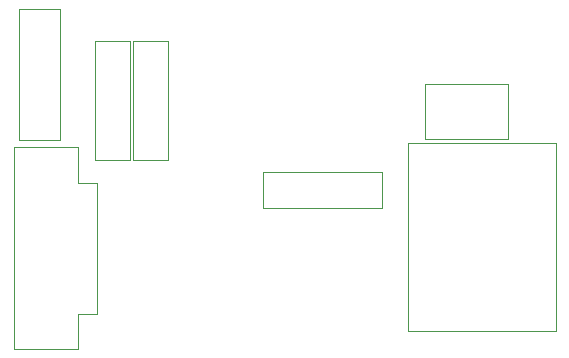
<source format=gbr>
G04 #@! TF.FileFunction,Other,User*
%FSLAX46Y46*%
G04 Gerber Fmt 4.6, Leading zero omitted, Abs format (unit mm)*
G04 Created by KiCad (PCBNEW 4.0.6) date 2017 May 11, Thursday 23:22:10*
%MOMM*%
%LPD*%
G01*
G04 APERTURE LIST*
%ADD10C,1.000000*%
%ADD11C,0.050000*%
G04 APERTURE END LIST*
D10*
D11*
X26917500Y-75932500D02*
X26917500Y-70382500D01*
X26917500Y-70382500D02*
X25317500Y-70382500D01*
X25317500Y-70382500D02*
X25317500Y-67382500D01*
X25317500Y-67382500D02*
X19917500Y-67382500D01*
X19917500Y-67382500D02*
X19917500Y-75932500D01*
X26917500Y-75932500D02*
X26917500Y-81482500D01*
X26917500Y-81482500D02*
X25317500Y-81482500D01*
X25317500Y-81482500D02*
X25317500Y-84482500D01*
X25317500Y-84482500D02*
X19917500Y-84482500D01*
X19917500Y-84482500D02*
X19917500Y-75932500D01*
X20317500Y-55642500D02*
X20317500Y-66792500D01*
X23817500Y-55642500D02*
X23817500Y-66792500D01*
X20317500Y-55642500D02*
X23817500Y-55642500D01*
X20317500Y-66792500D02*
X23817500Y-66792500D01*
X65800000Y-67050000D02*
X53300000Y-67050000D01*
X53300000Y-67050000D02*
X53300000Y-82950000D01*
X53300000Y-82950000D02*
X65800000Y-82950000D01*
X65800000Y-82950000D02*
X65800000Y-67050000D01*
X61790000Y-62050000D02*
X61790000Y-66650000D01*
X61790000Y-62050000D02*
X54690000Y-62050000D01*
X61790000Y-66650000D02*
X54690000Y-66650000D01*
X54690000Y-62050000D02*
X54690000Y-66650000D01*
X30000000Y-68500000D02*
X30000000Y-58400000D01*
X33000000Y-68500000D02*
X30000000Y-68500000D01*
X30000000Y-58400000D02*
X33000000Y-58400000D01*
X33000000Y-68500000D02*
X33000000Y-58400000D01*
X26750000Y-68500000D02*
X26750000Y-58400000D01*
X29750000Y-68500000D02*
X26750000Y-68500000D01*
X26750000Y-58400000D02*
X29750000Y-58400000D01*
X29750000Y-68500000D02*
X29750000Y-58400000D01*
X41000000Y-69500000D02*
X51100000Y-69500000D01*
X41000000Y-72500000D02*
X41000000Y-69500000D01*
X51100000Y-69500000D02*
X51100000Y-72500000D01*
X41000000Y-72500000D02*
X51100000Y-72500000D01*
M02*

</source>
